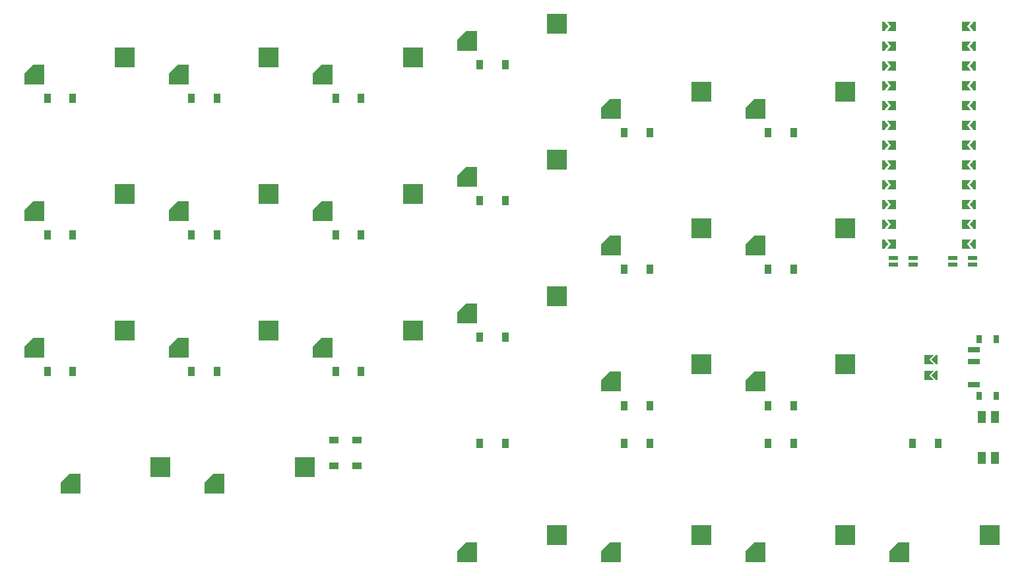
<source format=gbr>
%TF.GenerationSoftware,KiCad,Pcbnew,8.0.7*%
%TF.CreationDate,2025-01-06T08:36:51-06:00*%
%TF.ProjectId,omega_pcb_mbx_v0.3,6f6d6567-615f-4706-9362-5f6d62785f76,v1.0.0*%
%TF.SameCoordinates,Original*%
%TF.FileFunction,Paste,Top*%
%TF.FilePolarity,Positive*%
%FSLAX46Y46*%
G04 Gerber Fmt 4.6, Leading zero omitted, Abs format (unit mm)*
G04 Created by KiCad (PCBNEW 8.0.7) date 2025-01-06 08:36:51*
%MOMM*%
%LPD*%
G01*
G04 APERTURE LIST*
G04 Aperture macros list*
%AMOutline5P*
0 Free polygon, 5 corners , with rotation*
0 The origin of the aperture is its center*
0 number of corners: always 5*
0 $1 to $10 corner X, Y*
0 $11 Rotation angle, in degrees counterclockwise*
0 create outline with 5 corners*
4,1,5,$1,$2,$3,$4,$5,$6,$7,$8,$9,$10,$1,$2,$11*%
%AMOutline6P*
0 Free polygon, 6 corners , with rotation*
0 The origin of the aperture is its center*
0 number of corners: always 6*
0 $1 to $12 corner X, Y*
0 $13 Rotation angle, in degrees counterclockwise*
0 create outline with 6 corners*
4,1,6,$1,$2,$3,$4,$5,$6,$7,$8,$9,$10,$11,$12,$1,$2,$13*%
%AMOutline7P*
0 Free polygon, 7 corners , with rotation*
0 The origin of the aperture is its center*
0 number of corners: always 7*
0 $1 to $14 corner X, Y*
0 $15 Rotation angle, in degrees counterclockwise*
0 create outline with 7 corners*
4,1,7,$1,$2,$3,$4,$5,$6,$7,$8,$9,$10,$11,$12,$13,$14,$1,$2,$15*%
%AMOutline8P*
0 Free polygon, 8 corners , with rotation*
0 The origin of the aperture is its center*
0 number of corners: always 8*
0 $1 to $16 corner X, Y*
0 $17 Rotation angle, in degrees counterclockwise*
0 create outline with 8 corners*
4,1,8,$1,$2,$3,$4,$5,$6,$7,$8,$9,$10,$11,$12,$13,$14,$15,$16,$1,$2,$17*%
%AMFreePoly0*
4,1,6,0.250000,0.000000,-0.250000,-0.625000,-0.500000,-0.625000,-0.500000,0.625000,-0.250000,0.625000,0.250000,0.000000,0.250000,0.000000,$1*%
%AMFreePoly1*
4,1,6,0.500000,-0.625000,-0.650000,-0.625000,-0.150000,0.000000,-0.650000,0.625000,0.500000,0.625000,0.500000,-0.625000,0.500000,-0.625000,$1*%
%AMFreePoly2*
4,1,6,0.600000,-1.000000,0.000000,-0.400000,-0.600000,-1.000000,-0.600000,0.250000,0.600000,0.250000,0.600000,-1.000000,0.600000,-1.000000,$1*%
%AMFreePoly3*
4,1,6,0.600000,-0.200000,0.600000,-0.400000,-0.600000,-0.400000,-0.600000,-0.200000,0.000000,0.400000,0.600000,-0.200000,0.600000,-0.200000,$1*%
G04 Aperture macros list end*
%ADD10R,0.900000X1.200000*%
%ADD11R,1.200000X0.900000*%
%ADD12R,1.200000X0.600000*%
%ADD13Outline5P,-1.300000X1.300000X1.300000X1.300000X1.300000X-0.117000X0.117000X-1.300000X-1.300000X-1.300000X180.000000*%
%ADD14R,2.600000X2.600000*%
%ADD15R,1.000000X1.550000*%
%ADD16FreePoly0,180.000000*%
%ADD17FreePoly0,0.000000*%
%ADD18FreePoly1,180.000000*%
%ADD19FreePoly1,0.000000*%
%ADD20R,0.800000X1.000000*%
%ADD21R,1.500000X0.700000*%
%ADD22FreePoly2,90.000000*%
%ADD23FreePoly3,90.000000*%
G04 APERTURE END LIST*
D10*
%TO.C,D4*%
X60150000Y-89000000D03*
X56850000Y-89000000D03*
%TD*%
%TO.C,D19*%
X97150000Y-98250000D03*
X93850000Y-98250000D03*
%TD*%
%TO.C,D18*%
X134150000Y-58375000D03*
X130850000Y-58375000D03*
%TD*%
%TO.C,D10*%
X97150000Y-84625000D03*
X93850000Y-84625000D03*
%TD*%
%TO.C,D8*%
X78650000Y-71500000D03*
X75350000Y-71500000D03*
%TD*%
%TO.C,D21*%
X134150000Y-98250000D03*
X130850000Y-98250000D03*
%TD*%
%TO.C,D14*%
X115650000Y-75875000D03*
X112350000Y-75875000D03*
%TD*%
%TO.C,D15*%
X115650000Y-58375000D03*
X112350000Y-58375000D03*
%TD*%
%TO.C,D1*%
X41650000Y-89000000D03*
X38350000Y-89000000D03*
%TD*%
%TO.C,D9*%
X78650000Y-54000000D03*
X75350000Y-54000000D03*
%TD*%
%TO.C,D12*%
X97150000Y-49625000D03*
X93850000Y-49625000D03*
%TD*%
%TO.C,D20*%
X115650000Y-98250000D03*
X112350000Y-98250000D03*
%TD*%
%TO.C,D16*%
X134150000Y-93375000D03*
X130850000Y-93375000D03*
%TD*%
%TO.C,D5*%
X60150000Y-71500000D03*
X56850000Y-71500000D03*
%TD*%
%TO.C,D7*%
X78650000Y-89000000D03*
X75350000Y-89000000D03*
%TD*%
%TO.C,D22*%
X152650000Y-98250000D03*
X149350000Y-98250000D03*
%TD*%
D11*
%TO.C,D24*%
X75125000Y-97850000D03*
X75125000Y-101150000D03*
%TD*%
%TO.C,D23*%
X78125000Y-97850000D03*
X78125000Y-101150000D03*
%TD*%
D10*
%TO.C,D3*%
X41650000Y-54000000D03*
X38350000Y-54000000D03*
%TD*%
%TO.C,D17*%
X134150000Y-75875000D03*
X130850000Y-75875000D03*
%TD*%
D12*
%TO.C,DISP1*%
X146920000Y-75325000D03*
X149460000Y-75325000D03*
X154540000Y-75325000D03*
X157080000Y-75325000D03*
X146920000Y-74425000D03*
X149460000Y-74425000D03*
X154540000Y-74425000D03*
X157080000Y-74425000D03*
%TD*%
D10*
%TO.C,D6*%
X60150000Y-54000000D03*
X56850000Y-54000000D03*
%TD*%
%TO.C,D13*%
X115650000Y-93375000D03*
X112350000Y-93375000D03*
%TD*%
%TO.C,D2*%
X41650000Y-71500000D03*
X38350000Y-71500000D03*
%TD*%
%TO.C,D11*%
X97150000Y-67125000D03*
X93850000Y-67125000D03*
%TD*%
D13*
%TO.C,S7*%
X73725000Y-85950000D03*
D14*
X85275000Y-83750000D03*
%TD*%
D13*
%TO.C,S14*%
X110725000Y-72825000D03*
D14*
X122275000Y-70625000D03*
%TD*%
D15*
%TO.C,RST1*%
X160000000Y-100125000D03*
X158300000Y-100125000D03*
X160000000Y-94875000D03*
X158300000Y-94875000D03*
%TD*%
D13*
%TO.C,S4*%
X55225000Y-85950000D03*
D14*
X66775000Y-83750000D03*
%TD*%
D13*
%TO.C,S13*%
X110725000Y-90325000D03*
D14*
X122275000Y-88125000D03*
%TD*%
D13*
%TO.C,S6*%
X55225000Y-50950000D03*
D14*
X66775000Y-48750000D03*
%TD*%
D16*
%TO.C,MCU1*%
X157000000Y-44775000D03*
X157000000Y-47315000D03*
X157000000Y-49855000D03*
X157000000Y-52395000D03*
X157000000Y-54935000D03*
X157000000Y-57475000D03*
X157000000Y-60015000D03*
X157000000Y-62555000D03*
X157000000Y-65095000D03*
X157000000Y-67635000D03*
X157000000Y-70175000D03*
X157000000Y-72715000D03*
D17*
X146000000Y-72715000D03*
X146000000Y-70175000D03*
X146000000Y-67635000D03*
X146000000Y-65095000D03*
X146000000Y-62555000D03*
X146000000Y-60015000D03*
X146000000Y-57475000D03*
X146000000Y-54935000D03*
X146000000Y-52395000D03*
X146000000Y-49855000D03*
X146000000Y-47315000D03*
X146000000Y-44775000D03*
D18*
X156275000Y-44775000D03*
X156275000Y-47315000D03*
X156275000Y-49855000D03*
X156275000Y-52395000D03*
X156275000Y-54935000D03*
X156275000Y-57475000D03*
X156275000Y-60015000D03*
X156275000Y-62555000D03*
X156275000Y-65095000D03*
X156275000Y-67635000D03*
X156275000Y-70175000D03*
X156275000Y-72715000D03*
D19*
X146725000Y-72715000D03*
X146725000Y-70175000D03*
X146725000Y-67635000D03*
X146725000Y-65095000D03*
X146725000Y-62555000D03*
X146725000Y-60015000D03*
X146725000Y-57475000D03*
X146725000Y-54935000D03*
X146725000Y-52395000D03*
X146725000Y-49855000D03*
X146725000Y-47315000D03*
X146725000Y-44775000D03*
%TD*%
D13*
%TO.C,S21*%
X92225000Y-112200000D03*
D14*
X103775000Y-110000000D03*
%TD*%
D13*
%TO.C,S8*%
X73725000Y-68450000D03*
D14*
X85275000Y-66250000D03*
%TD*%
D13*
%TO.C,S16*%
X129225000Y-90325000D03*
D14*
X140775000Y-88125000D03*
%TD*%
D13*
%TO.C,S9*%
X73725000Y-50950000D03*
D14*
X85275000Y-48750000D03*
%TD*%
D13*
%TO.C,S18*%
X129225000Y-55325000D03*
D14*
X140775000Y-53125000D03*
%TD*%
D13*
%TO.C,S20*%
X59850000Y-103450000D03*
D14*
X71400000Y-101250000D03*
%TD*%
D13*
%TO.C,S11*%
X92225000Y-64075000D03*
D14*
X103775000Y-61875000D03*
%TD*%
D13*
%TO.C,S3*%
X36725000Y-50950000D03*
D14*
X48275000Y-48750000D03*
%TD*%
D13*
%TO.C,S15*%
X110725000Y-55325000D03*
D14*
X122275000Y-53125000D03*
%TD*%
D13*
%TO.C,S1*%
X36725000Y-85950000D03*
D14*
X48275000Y-83750000D03*
%TD*%
D13*
%TO.C,S2*%
X36725000Y-68450000D03*
D14*
X48275000Y-66250000D03*
%TD*%
D13*
%TO.C,S24*%
X147725000Y-112200000D03*
D14*
X159275000Y-110000000D03*
%TD*%
D13*
%TO.C,S10*%
X92225000Y-81575000D03*
D14*
X103775000Y-79375000D03*
%TD*%
D13*
%TO.C,S19*%
X41350000Y-103450000D03*
D14*
X52900000Y-101250000D03*
%TD*%
D13*
%TO.C,S17*%
X129225000Y-72825000D03*
D14*
X140775000Y-70625000D03*
%TD*%
D20*
%TO.C,PWR1*%
X157915000Y-84850000D03*
X157915000Y-92150000D03*
X160125000Y-84850000D03*
X160125000Y-92150000D03*
D21*
X157265000Y-90750000D03*
X157265000Y-87750000D03*
X157265000Y-86250000D03*
%TD*%
D13*
%TO.C,S23*%
X129225000Y-112200000D03*
D14*
X140775000Y-110000000D03*
%TD*%
D13*
%TO.C,S22*%
X110725000Y-112200000D03*
D14*
X122275000Y-110000000D03*
%TD*%
D22*
%TO.C,JST1*%
X151184000Y-87500000D03*
X151184000Y-89500000D03*
D23*
X152200000Y-87500000D03*
X152200000Y-89500000D03*
%TD*%
D13*
%TO.C,S12*%
X92225000Y-46575000D03*
D14*
X103775000Y-44375000D03*
%TD*%
D13*
%TO.C,S5*%
X55225000Y-68450000D03*
D14*
X66775000Y-66250000D03*
%TD*%
M02*

</source>
